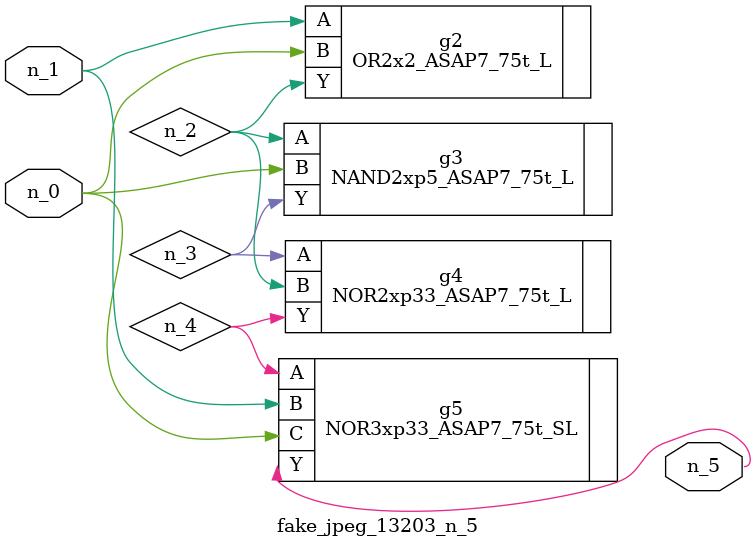
<source format=v>
module fake_jpeg_13203_n_5 (n_0, n_1, n_5);

input n_0;
input n_1;

output n_5;

wire n_3;
wire n_2;
wire n_4;

OR2x2_ASAP7_75t_L g2 ( 
.A(n_1),
.B(n_0),
.Y(n_2)
);

NAND2xp5_ASAP7_75t_L g3 ( 
.A(n_2),
.B(n_0),
.Y(n_3)
);

NOR2xp33_ASAP7_75t_L g4 ( 
.A(n_3),
.B(n_2),
.Y(n_4)
);

NOR3xp33_ASAP7_75t_SL g5 ( 
.A(n_4),
.B(n_1),
.C(n_0),
.Y(n_5)
);


endmodule
</source>
